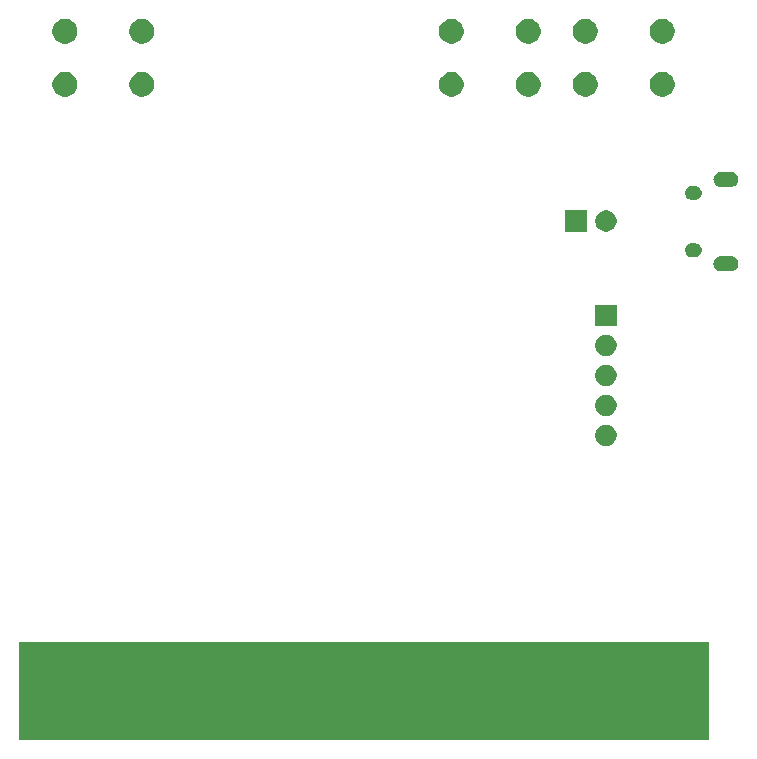
<source format=gbs>
G04 #@! TF.GenerationSoftware,KiCad,Pcbnew,5.1.5+dfsg1-2build2*
G04 #@! TF.CreationDate,2020-05-22T20:54:53+02:00*
G04 #@! TF.ProjectId,KungFuFlash,4b756e67-4675-4466-9c61-73682e6b6963,1*
G04 #@! TF.SameCoordinates,Original*
G04 #@! TF.FileFunction,Soldermask,Bot*
G04 #@! TF.FilePolarity,Negative*
%FSLAX46Y46*%
G04 Gerber Fmt 4.6, Leading zero omitted, Abs format (unit mm)*
G04 Created by KiCad (PCBNEW 5.1.5+dfsg1-2build2) date 2020-05-22 20:54:53*
%MOMM*%
%LPD*%
G04 APERTURE LIST*
%ADD10C,0.100000*%
G04 APERTURE END LIST*
D10*
G36*
X79096553Y-122078435D02*
G01*
X79118164Y-122089986D01*
X79141613Y-122097099D01*
X79165999Y-122099501D01*
X79830001Y-122099501D01*
X79854387Y-122097099D01*
X79877836Y-122089986D01*
X79899447Y-122078435D01*
X79909449Y-122070227D01*
X81626551Y-122070227D01*
X81636553Y-122078435D01*
X81658164Y-122089986D01*
X81681613Y-122097099D01*
X81705999Y-122099501D01*
X82370001Y-122099501D01*
X82394387Y-122097099D01*
X82417836Y-122089986D01*
X82439447Y-122078435D01*
X82449449Y-122070227D01*
X84166551Y-122070227D01*
X84176553Y-122078435D01*
X84198164Y-122089986D01*
X84221613Y-122097099D01*
X84245999Y-122099501D01*
X84910001Y-122099501D01*
X84934387Y-122097099D01*
X84957836Y-122089986D01*
X84979447Y-122078435D01*
X84989449Y-122070227D01*
X86706551Y-122070227D01*
X86716553Y-122078435D01*
X86738164Y-122089986D01*
X86761613Y-122097099D01*
X86785999Y-122099501D01*
X87450001Y-122099501D01*
X87474387Y-122097099D01*
X87497836Y-122089986D01*
X87519447Y-122078435D01*
X87529449Y-122070227D01*
X89246551Y-122070227D01*
X89256553Y-122078435D01*
X89278164Y-122089986D01*
X89301613Y-122097099D01*
X89325999Y-122099501D01*
X89990001Y-122099501D01*
X90014387Y-122097099D01*
X90037836Y-122089986D01*
X90059447Y-122078435D01*
X90069449Y-122070227D01*
X91786551Y-122070227D01*
X91796553Y-122078435D01*
X91818164Y-122089986D01*
X91841613Y-122097099D01*
X91865999Y-122099501D01*
X92530001Y-122099501D01*
X92554387Y-122097099D01*
X92577836Y-122089986D01*
X92599447Y-122078435D01*
X92609449Y-122070227D01*
X94326551Y-122070227D01*
X94336553Y-122078435D01*
X94358164Y-122089986D01*
X94381613Y-122097099D01*
X94405999Y-122099501D01*
X95070001Y-122099501D01*
X95094387Y-122097099D01*
X95117836Y-122089986D01*
X95139447Y-122078435D01*
X95149449Y-122070227D01*
X96866551Y-122070227D01*
X96876553Y-122078435D01*
X96898164Y-122089986D01*
X96921613Y-122097099D01*
X96945999Y-122099501D01*
X97610001Y-122099501D01*
X97634387Y-122097099D01*
X97657836Y-122089986D01*
X97679447Y-122078435D01*
X97689449Y-122070227D01*
X99406551Y-122070227D01*
X99416553Y-122078435D01*
X99438164Y-122089986D01*
X99461613Y-122097099D01*
X99485999Y-122099501D01*
X100150001Y-122099501D01*
X100174387Y-122097099D01*
X100197836Y-122089986D01*
X100219447Y-122078435D01*
X100229449Y-122070227D01*
X101946551Y-122070227D01*
X101956553Y-122078435D01*
X101978164Y-122089986D01*
X102001613Y-122097099D01*
X102025999Y-122099501D01*
X102690001Y-122099501D01*
X102714387Y-122097099D01*
X102737836Y-122089986D01*
X102759447Y-122078435D01*
X102769449Y-122070227D01*
X104486551Y-122070227D01*
X104496553Y-122078435D01*
X104518164Y-122089986D01*
X104541613Y-122097099D01*
X104565999Y-122099501D01*
X105230001Y-122099501D01*
X105254387Y-122097099D01*
X105277836Y-122089986D01*
X105299447Y-122078435D01*
X105309449Y-122070227D01*
X107026551Y-122070227D01*
X107036553Y-122078435D01*
X107058164Y-122089986D01*
X107081613Y-122097099D01*
X107105999Y-122099501D01*
X107770001Y-122099501D01*
X107794387Y-122097099D01*
X107817836Y-122089986D01*
X107839447Y-122078435D01*
X107849449Y-122070227D01*
X109566551Y-122070227D01*
X109576553Y-122078435D01*
X109598164Y-122089986D01*
X109621613Y-122097099D01*
X109645999Y-122099501D01*
X110310001Y-122099501D01*
X110334387Y-122097099D01*
X110357836Y-122089986D01*
X110379447Y-122078435D01*
X110389449Y-122070227D01*
X112106551Y-122070227D01*
X112116553Y-122078435D01*
X112138164Y-122089986D01*
X112161613Y-122097099D01*
X112185999Y-122099501D01*
X112850001Y-122099501D01*
X112874387Y-122097099D01*
X112897836Y-122089986D01*
X112919447Y-122078435D01*
X112929449Y-122070227D01*
X114646551Y-122070227D01*
X114656553Y-122078435D01*
X114678164Y-122089986D01*
X114701613Y-122097099D01*
X114725999Y-122099501D01*
X115390001Y-122099501D01*
X115414387Y-122097099D01*
X115437836Y-122089986D01*
X115459447Y-122078435D01*
X115469449Y-122070227D01*
X117186551Y-122070227D01*
X117196553Y-122078435D01*
X117218164Y-122089986D01*
X117241613Y-122097099D01*
X117265999Y-122099501D01*
X117930001Y-122099501D01*
X117954387Y-122097099D01*
X117977836Y-122089986D01*
X117999447Y-122078435D01*
X118009449Y-122070227D01*
X119726551Y-122070227D01*
X119736553Y-122078435D01*
X119758164Y-122089986D01*
X119781613Y-122097099D01*
X119805999Y-122099501D01*
X120470001Y-122099501D01*
X120494387Y-122097099D01*
X120517836Y-122089986D01*
X120539447Y-122078435D01*
X120549449Y-122070227D01*
X122266551Y-122070227D01*
X122276553Y-122078435D01*
X122298164Y-122089986D01*
X122321613Y-122097099D01*
X122345999Y-122099501D01*
X123010001Y-122099501D01*
X123034387Y-122097099D01*
X123057836Y-122089986D01*
X123079447Y-122078435D01*
X123089449Y-122070227D01*
X124806551Y-122070227D01*
X124816553Y-122078435D01*
X124838164Y-122089986D01*
X124861613Y-122097099D01*
X124885999Y-122099501D01*
X125550001Y-122099501D01*
X125574387Y-122097099D01*
X125597836Y-122089986D01*
X125619447Y-122078435D01*
X125629449Y-122070227D01*
X127346551Y-122070227D01*
X127356553Y-122078435D01*
X127378164Y-122089986D01*
X127401613Y-122097099D01*
X127425999Y-122099501D01*
X128090001Y-122099501D01*
X128114387Y-122097099D01*
X128137836Y-122089986D01*
X128159447Y-122078435D01*
X128169449Y-122070227D01*
X129886551Y-122070227D01*
X129896553Y-122078435D01*
X129918164Y-122089986D01*
X129941613Y-122097099D01*
X129965999Y-122099501D01*
X130630001Y-122099501D01*
X130654387Y-122097099D01*
X130677836Y-122089986D01*
X130699447Y-122078435D01*
X130709449Y-122070227D01*
X132426551Y-122070227D01*
X132436553Y-122078435D01*
X132458164Y-122089986D01*
X132481613Y-122097099D01*
X132505999Y-122099501D01*
X134108000Y-122099501D01*
X134108000Y-130399501D01*
X75688000Y-130399501D01*
X75688000Y-122099501D01*
X77290001Y-122099501D01*
X77314387Y-122097099D01*
X77337836Y-122089986D01*
X77359447Y-122078435D01*
X77369449Y-122070227D01*
X79086551Y-122070227D01*
X79096553Y-122078435D01*
G37*
G36*
X125526012Y-103688427D02*
G01*
X125675312Y-103718124D01*
X125839284Y-103786044D01*
X125986854Y-103884647D01*
X126112353Y-104010146D01*
X126210956Y-104157716D01*
X126278876Y-104321688D01*
X126313500Y-104495759D01*
X126313500Y-104673241D01*
X126278876Y-104847312D01*
X126210956Y-105011284D01*
X126112353Y-105158854D01*
X125986854Y-105284353D01*
X125839284Y-105382956D01*
X125675312Y-105450876D01*
X125526012Y-105480573D01*
X125501242Y-105485500D01*
X125323758Y-105485500D01*
X125298988Y-105480573D01*
X125149688Y-105450876D01*
X124985716Y-105382956D01*
X124838146Y-105284353D01*
X124712647Y-105158854D01*
X124614044Y-105011284D01*
X124546124Y-104847312D01*
X124511500Y-104673241D01*
X124511500Y-104495759D01*
X124546124Y-104321688D01*
X124614044Y-104157716D01*
X124712647Y-104010146D01*
X124838146Y-103884647D01*
X124985716Y-103786044D01*
X125149688Y-103718124D01*
X125298988Y-103688427D01*
X125323758Y-103683500D01*
X125501242Y-103683500D01*
X125526012Y-103688427D01*
G37*
G36*
X125526012Y-101148427D02*
G01*
X125675312Y-101178124D01*
X125839284Y-101246044D01*
X125986854Y-101344647D01*
X126112353Y-101470146D01*
X126210956Y-101617716D01*
X126278876Y-101781688D01*
X126313500Y-101955759D01*
X126313500Y-102133241D01*
X126278876Y-102307312D01*
X126210956Y-102471284D01*
X126112353Y-102618854D01*
X125986854Y-102744353D01*
X125839284Y-102842956D01*
X125675312Y-102910876D01*
X125526012Y-102940573D01*
X125501242Y-102945500D01*
X125323758Y-102945500D01*
X125298988Y-102940573D01*
X125149688Y-102910876D01*
X124985716Y-102842956D01*
X124838146Y-102744353D01*
X124712647Y-102618854D01*
X124614044Y-102471284D01*
X124546124Y-102307312D01*
X124511500Y-102133241D01*
X124511500Y-101955759D01*
X124546124Y-101781688D01*
X124614044Y-101617716D01*
X124712647Y-101470146D01*
X124838146Y-101344647D01*
X124985716Y-101246044D01*
X125149688Y-101178124D01*
X125298988Y-101148427D01*
X125323758Y-101143500D01*
X125501242Y-101143500D01*
X125526012Y-101148427D01*
G37*
G36*
X125526012Y-98608427D02*
G01*
X125675312Y-98638124D01*
X125839284Y-98706044D01*
X125986854Y-98804647D01*
X126112353Y-98930146D01*
X126210956Y-99077716D01*
X126278876Y-99241688D01*
X126313500Y-99415759D01*
X126313500Y-99593241D01*
X126278876Y-99767312D01*
X126210956Y-99931284D01*
X126112353Y-100078854D01*
X125986854Y-100204353D01*
X125839284Y-100302956D01*
X125675312Y-100370876D01*
X125526012Y-100400573D01*
X125501242Y-100405500D01*
X125323758Y-100405500D01*
X125298988Y-100400573D01*
X125149688Y-100370876D01*
X124985716Y-100302956D01*
X124838146Y-100204353D01*
X124712647Y-100078854D01*
X124614044Y-99931284D01*
X124546124Y-99767312D01*
X124511500Y-99593241D01*
X124511500Y-99415759D01*
X124546124Y-99241688D01*
X124614044Y-99077716D01*
X124712647Y-98930146D01*
X124838146Y-98804647D01*
X124985716Y-98706044D01*
X125149688Y-98638124D01*
X125298988Y-98608427D01*
X125323758Y-98603500D01*
X125501242Y-98603500D01*
X125526012Y-98608427D01*
G37*
G36*
X125526012Y-96068427D02*
G01*
X125675312Y-96098124D01*
X125839284Y-96166044D01*
X125986854Y-96264647D01*
X126112353Y-96390146D01*
X126210956Y-96537716D01*
X126278876Y-96701688D01*
X126313500Y-96875759D01*
X126313500Y-97053241D01*
X126278876Y-97227312D01*
X126210956Y-97391284D01*
X126112353Y-97538854D01*
X125986854Y-97664353D01*
X125839284Y-97762956D01*
X125675312Y-97830876D01*
X125526012Y-97860573D01*
X125501242Y-97865500D01*
X125323758Y-97865500D01*
X125298988Y-97860573D01*
X125149688Y-97830876D01*
X124985716Y-97762956D01*
X124838146Y-97664353D01*
X124712647Y-97538854D01*
X124614044Y-97391284D01*
X124546124Y-97227312D01*
X124511500Y-97053241D01*
X124511500Y-96875759D01*
X124546124Y-96701688D01*
X124614044Y-96537716D01*
X124712647Y-96390146D01*
X124838146Y-96264647D01*
X124985716Y-96166044D01*
X125149688Y-96098124D01*
X125298988Y-96068427D01*
X125323758Y-96063500D01*
X125501242Y-96063500D01*
X125526012Y-96068427D01*
G37*
G36*
X126313500Y-95325500D02*
G01*
X124511500Y-95325500D01*
X124511500Y-93523500D01*
X126313500Y-93523500D01*
X126313500Y-95325500D01*
G37*
G36*
X136079486Y-89401229D02*
G01*
X136091423Y-89402405D01*
X136152685Y-89420989D01*
X136213948Y-89439573D01*
X136326868Y-89499930D01*
X136425843Y-89581157D01*
X136507070Y-89680132D01*
X136567427Y-89793052D01*
X136604595Y-89915578D01*
X136617145Y-90043000D01*
X136604595Y-90170422D01*
X136567427Y-90292948D01*
X136507070Y-90405868D01*
X136425843Y-90504843D01*
X136326868Y-90586070D01*
X136213948Y-90646427D01*
X136152685Y-90665011D01*
X136091423Y-90683595D01*
X136079486Y-90684771D01*
X135995932Y-90693000D01*
X135132068Y-90693000D01*
X135048514Y-90684771D01*
X135036577Y-90683595D01*
X134975315Y-90665011D01*
X134914052Y-90646427D01*
X134801132Y-90586070D01*
X134702157Y-90504843D01*
X134620930Y-90405868D01*
X134560573Y-90292948D01*
X134523405Y-90170422D01*
X134510855Y-90043000D01*
X134523405Y-89915578D01*
X134560573Y-89793052D01*
X134620930Y-89680132D01*
X134702157Y-89581157D01*
X134801132Y-89499930D01*
X134914052Y-89439573D01*
X134975315Y-89420989D01*
X135036577Y-89402405D01*
X135048514Y-89401229D01*
X135132068Y-89393000D01*
X135995932Y-89393000D01*
X136079486Y-89401229D01*
G37*
G36*
X133031621Y-88301682D02*
G01*
X133144721Y-88335990D01*
X133248955Y-88391704D01*
X133340317Y-88466683D01*
X133415296Y-88558045D01*
X133471010Y-88662279D01*
X133505318Y-88775379D01*
X133516903Y-88893000D01*
X133505318Y-89010621D01*
X133471010Y-89123721D01*
X133415296Y-89227955D01*
X133340317Y-89319317D01*
X133248955Y-89394296D01*
X133144721Y-89450010D01*
X133031621Y-89484318D01*
X132943474Y-89493000D01*
X132684526Y-89493000D01*
X132596379Y-89484318D01*
X132483279Y-89450010D01*
X132379045Y-89394296D01*
X132287683Y-89319317D01*
X132212704Y-89227955D01*
X132156990Y-89123721D01*
X132122682Y-89010621D01*
X132111097Y-88893000D01*
X132122682Y-88775379D01*
X132156990Y-88662279D01*
X132212704Y-88558045D01*
X132287683Y-88466683D01*
X132379045Y-88391704D01*
X132483279Y-88335990D01*
X132596379Y-88301682D01*
X132684526Y-88293000D01*
X132943474Y-88293000D01*
X133031621Y-88301682D01*
G37*
G36*
X125526012Y-85527427D02*
G01*
X125675312Y-85557124D01*
X125839284Y-85625044D01*
X125986854Y-85723647D01*
X126112353Y-85849146D01*
X126210956Y-85996716D01*
X126278876Y-86160688D01*
X126313500Y-86334759D01*
X126313500Y-86512241D01*
X126278876Y-86686312D01*
X126210956Y-86850284D01*
X126112353Y-86997854D01*
X125986854Y-87123353D01*
X125839284Y-87221956D01*
X125675312Y-87289876D01*
X125526012Y-87319573D01*
X125501242Y-87324500D01*
X125323758Y-87324500D01*
X125298988Y-87319573D01*
X125149688Y-87289876D01*
X124985716Y-87221956D01*
X124838146Y-87123353D01*
X124712647Y-86997854D01*
X124614044Y-86850284D01*
X124546124Y-86686312D01*
X124511500Y-86512241D01*
X124511500Y-86334759D01*
X124546124Y-86160688D01*
X124614044Y-85996716D01*
X124712647Y-85849146D01*
X124838146Y-85723647D01*
X124985716Y-85625044D01*
X125149688Y-85557124D01*
X125298988Y-85527427D01*
X125323758Y-85522500D01*
X125501242Y-85522500D01*
X125526012Y-85527427D01*
G37*
G36*
X123773500Y-87324500D02*
G01*
X121971500Y-87324500D01*
X121971500Y-85522500D01*
X123773500Y-85522500D01*
X123773500Y-87324500D01*
G37*
G36*
X133031621Y-83451682D02*
G01*
X133144721Y-83485990D01*
X133248955Y-83541704D01*
X133340317Y-83616683D01*
X133415296Y-83708045D01*
X133471010Y-83812279D01*
X133505318Y-83925379D01*
X133516903Y-84043000D01*
X133505318Y-84160621D01*
X133471010Y-84273721D01*
X133415296Y-84377955D01*
X133340317Y-84469317D01*
X133248955Y-84544296D01*
X133144721Y-84600010D01*
X133031621Y-84634318D01*
X132943474Y-84643000D01*
X132684526Y-84643000D01*
X132596379Y-84634318D01*
X132483279Y-84600010D01*
X132379045Y-84544296D01*
X132287683Y-84469317D01*
X132212704Y-84377955D01*
X132156990Y-84273721D01*
X132122682Y-84160621D01*
X132111097Y-84043000D01*
X132122682Y-83925379D01*
X132156990Y-83812279D01*
X132212704Y-83708045D01*
X132287683Y-83616683D01*
X132379045Y-83541704D01*
X132483279Y-83485990D01*
X132596379Y-83451682D01*
X132684526Y-83443000D01*
X132943474Y-83443000D01*
X133031621Y-83451682D01*
G37*
G36*
X136079486Y-82251229D02*
G01*
X136091423Y-82252405D01*
X136152685Y-82270989D01*
X136213948Y-82289573D01*
X136326868Y-82349930D01*
X136425843Y-82431157D01*
X136507070Y-82530132D01*
X136567427Y-82643052D01*
X136604595Y-82765578D01*
X136617145Y-82893000D01*
X136604595Y-83020422D01*
X136567427Y-83142948D01*
X136507070Y-83255868D01*
X136425843Y-83354843D01*
X136326868Y-83436070D01*
X136213948Y-83496427D01*
X136152685Y-83515011D01*
X136091423Y-83533595D01*
X136079486Y-83534771D01*
X135995932Y-83543000D01*
X135132068Y-83543000D01*
X135048514Y-83534771D01*
X135036577Y-83533595D01*
X134975315Y-83515011D01*
X134914052Y-83496427D01*
X134801132Y-83436070D01*
X134702157Y-83354843D01*
X134620930Y-83255868D01*
X134560573Y-83142948D01*
X134523405Y-83020422D01*
X134510855Y-82893000D01*
X134523405Y-82765578D01*
X134560573Y-82643052D01*
X134620930Y-82530132D01*
X134702157Y-82431157D01*
X134801132Y-82349930D01*
X134914052Y-82289573D01*
X134975315Y-82270989D01*
X135036577Y-82252405D01*
X135048514Y-82251229D01*
X135132068Y-82243000D01*
X135995932Y-82243000D01*
X136079486Y-82251229D01*
G37*
G36*
X112638064Y-73855889D02*
G01*
X112829333Y-73935115D01*
X112829335Y-73935116D01*
X113001473Y-74050135D01*
X113147865Y-74196527D01*
X113257206Y-74360167D01*
X113262885Y-74368667D01*
X113342111Y-74559936D01*
X113382500Y-74762984D01*
X113382500Y-74970016D01*
X113342111Y-75173064D01*
X113266406Y-75355833D01*
X113262884Y-75364335D01*
X113147865Y-75536473D01*
X113001473Y-75682865D01*
X112829335Y-75797884D01*
X112829334Y-75797885D01*
X112829333Y-75797885D01*
X112638064Y-75877111D01*
X112435016Y-75917500D01*
X112227984Y-75917500D01*
X112024936Y-75877111D01*
X111833667Y-75797885D01*
X111833666Y-75797885D01*
X111833665Y-75797884D01*
X111661527Y-75682865D01*
X111515135Y-75536473D01*
X111400116Y-75364335D01*
X111396594Y-75355833D01*
X111320889Y-75173064D01*
X111280500Y-74970016D01*
X111280500Y-74762984D01*
X111320889Y-74559936D01*
X111400115Y-74368667D01*
X111405795Y-74360167D01*
X111515135Y-74196527D01*
X111661527Y-74050135D01*
X111833665Y-73935116D01*
X111833667Y-73935115D01*
X112024936Y-73855889D01*
X112227984Y-73815500D01*
X112435016Y-73815500D01*
X112638064Y-73855889D01*
G37*
G36*
X86412564Y-73855889D02*
G01*
X86603833Y-73935115D01*
X86603835Y-73935116D01*
X86775973Y-74050135D01*
X86922365Y-74196527D01*
X87031706Y-74360167D01*
X87037385Y-74368667D01*
X87116611Y-74559936D01*
X87157000Y-74762984D01*
X87157000Y-74970016D01*
X87116611Y-75173064D01*
X87040906Y-75355833D01*
X87037384Y-75364335D01*
X86922365Y-75536473D01*
X86775973Y-75682865D01*
X86603835Y-75797884D01*
X86603834Y-75797885D01*
X86603833Y-75797885D01*
X86412564Y-75877111D01*
X86209516Y-75917500D01*
X86002484Y-75917500D01*
X85799436Y-75877111D01*
X85608167Y-75797885D01*
X85608166Y-75797885D01*
X85608165Y-75797884D01*
X85436027Y-75682865D01*
X85289635Y-75536473D01*
X85174616Y-75364335D01*
X85171094Y-75355833D01*
X85095389Y-75173064D01*
X85055000Y-74970016D01*
X85055000Y-74762984D01*
X85095389Y-74559936D01*
X85174615Y-74368667D01*
X85180295Y-74360167D01*
X85289635Y-74196527D01*
X85436027Y-74050135D01*
X85608165Y-73935116D01*
X85608167Y-73935115D01*
X85799436Y-73855889D01*
X86002484Y-73815500D01*
X86209516Y-73815500D01*
X86412564Y-73855889D01*
G37*
G36*
X119138064Y-73855889D02*
G01*
X119329333Y-73935115D01*
X119329335Y-73935116D01*
X119501473Y-74050135D01*
X119647865Y-74196527D01*
X119757206Y-74360167D01*
X119762885Y-74368667D01*
X119842111Y-74559936D01*
X119882500Y-74762984D01*
X119882500Y-74970016D01*
X119842111Y-75173064D01*
X119766406Y-75355833D01*
X119762884Y-75364335D01*
X119647865Y-75536473D01*
X119501473Y-75682865D01*
X119329335Y-75797884D01*
X119329334Y-75797885D01*
X119329333Y-75797885D01*
X119138064Y-75877111D01*
X118935016Y-75917500D01*
X118727984Y-75917500D01*
X118524936Y-75877111D01*
X118333667Y-75797885D01*
X118333666Y-75797885D01*
X118333665Y-75797884D01*
X118161527Y-75682865D01*
X118015135Y-75536473D01*
X117900116Y-75364335D01*
X117896594Y-75355833D01*
X117820889Y-75173064D01*
X117780500Y-74970016D01*
X117780500Y-74762984D01*
X117820889Y-74559936D01*
X117900115Y-74368667D01*
X117905795Y-74360167D01*
X118015135Y-74196527D01*
X118161527Y-74050135D01*
X118333665Y-73935116D01*
X118333667Y-73935115D01*
X118524936Y-73855889D01*
X118727984Y-73815500D01*
X118935016Y-73815500D01*
X119138064Y-73855889D01*
G37*
G36*
X79912564Y-73855889D02*
G01*
X80103833Y-73935115D01*
X80103835Y-73935116D01*
X80275973Y-74050135D01*
X80422365Y-74196527D01*
X80531706Y-74360167D01*
X80537385Y-74368667D01*
X80616611Y-74559936D01*
X80657000Y-74762984D01*
X80657000Y-74970016D01*
X80616611Y-75173064D01*
X80540906Y-75355833D01*
X80537384Y-75364335D01*
X80422365Y-75536473D01*
X80275973Y-75682865D01*
X80103835Y-75797884D01*
X80103834Y-75797885D01*
X80103833Y-75797885D01*
X79912564Y-75877111D01*
X79709516Y-75917500D01*
X79502484Y-75917500D01*
X79299436Y-75877111D01*
X79108167Y-75797885D01*
X79108166Y-75797885D01*
X79108165Y-75797884D01*
X78936027Y-75682865D01*
X78789635Y-75536473D01*
X78674616Y-75364335D01*
X78671094Y-75355833D01*
X78595389Y-75173064D01*
X78555000Y-74970016D01*
X78555000Y-74762984D01*
X78595389Y-74559936D01*
X78674615Y-74368667D01*
X78680295Y-74360167D01*
X78789635Y-74196527D01*
X78936027Y-74050135D01*
X79108165Y-73935116D01*
X79108167Y-73935115D01*
X79299436Y-73855889D01*
X79502484Y-73815500D01*
X79709516Y-73815500D01*
X79912564Y-73855889D01*
G37*
G36*
X123981564Y-73847389D02*
G01*
X124172833Y-73926615D01*
X124172835Y-73926616D01*
X124185556Y-73935116D01*
X124344973Y-74041635D01*
X124491365Y-74188027D01*
X124606385Y-74360167D01*
X124685611Y-74551436D01*
X124726000Y-74754484D01*
X124726000Y-74961516D01*
X124685611Y-75164564D01*
X124606385Y-75355833D01*
X124606384Y-75355835D01*
X124491365Y-75527973D01*
X124344973Y-75674365D01*
X124172835Y-75789384D01*
X124172834Y-75789385D01*
X124172833Y-75789385D01*
X123981564Y-75868611D01*
X123778516Y-75909000D01*
X123571484Y-75909000D01*
X123368436Y-75868611D01*
X123177167Y-75789385D01*
X123177166Y-75789385D01*
X123177165Y-75789384D01*
X123005027Y-75674365D01*
X122858635Y-75527973D01*
X122743616Y-75355835D01*
X122743615Y-75355833D01*
X122664389Y-75164564D01*
X122624000Y-74961516D01*
X122624000Y-74754484D01*
X122664389Y-74551436D01*
X122743615Y-74360167D01*
X122858635Y-74188027D01*
X123005027Y-74041635D01*
X123164444Y-73935116D01*
X123177165Y-73926616D01*
X123177167Y-73926615D01*
X123368436Y-73847389D01*
X123571484Y-73807000D01*
X123778516Y-73807000D01*
X123981564Y-73847389D01*
G37*
G36*
X130481564Y-73847389D02*
G01*
X130672833Y-73926615D01*
X130672835Y-73926616D01*
X130685556Y-73935116D01*
X130844973Y-74041635D01*
X130991365Y-74188027D01*
X131106385Y-74360167D01*
X131185611Y-74551436D01*
X131226000Y-74754484D01*
X131226000Y-74961516D01*
X131185611Y-75164564D01*
X131106385Y-75355833D01*
X131106384Y-75355835D01*
X130991365Y-75527973D01*
X130844973Y-75674365D01*
X130672835Y-75789384D01*
X130672834Y-75789385D01*
X130672833Y-75789385D01*
X130481564Y-75868611D01*
X130278516Y-75909000D01*
X130071484Y-75909000D01*
X129868436Y-75868611D01*
X129677167Y-75789385D01*
X129677166Y-75789385D01*
X129677165Y-75789384D01*
X129505027Y-75674365D01*
X129358635Y-75527973D01*
X129243616Y-75355835D01*
X129243615Y-75355833D01*
X129164389Y-75164564D01*
X129124000Y-74961516D01*
X129124000Y-74754484D01*
X129164389Y-74551436D01*
X129243615Y-74360167D01*
X129358635Y-74188027D01*
X129505027Y-74041635D01*
X129664444Y-73935116D01*
X129677165Y-73926616D01*
X129677167Y-73926615D01*
X129868436Y-73847389D01*
X130071484Y-73807000D01*
X130278516Y-73807000D01*
X130481564Y-73847389D01*
G37*
G36*
X79912564Y-69355889D02*
G01*
X80103833Y-69435115D01*
X80103835Y-69435116D01*
X80275973Y-69550135D01*
X80422365Y-69696527D01*
X80531706Y-69860167D01*
X80537385Y-69868667D01*
X80616611Y-70059936D01*
X80657000Y-70262984D01*
X80657000Y-70470016D01*
X80616611Y-70673064D01*
X80540906Y-70855833D01*
X80537384Y-70864335D01*
X80422365Y-71036473D01*
X80275973Y-71182865D01*
X80103835Y-71297884D01*
X80103834Y-71297885D01*
X80103833Y-71297885D01*
X79912564Y-71377111D01*
X79709516Y-71417500D01*
X79502484Y-71417500D01*
X79299436Y-71377111D01*
X79108167Y-71297885D01*
X79108166Y-71297885D01*
X79108165Y-71297884D01*
X78936027Y-71182865D01*
X78789635Y-71036473D01*
X78674616Y-70864335D01*
X78671094Y-70855833D01*
X78595389Y-70673064D01*
X78555000Y-70470016D01*
X78555000Y-70262984D01*
X78595389Y-70059936D01*
X78674615Y-69868667D01*
X78680295Y-69860167D01*
X78789635Y-69696527D01*
X78936027Y-69550135D01*
X79108165Y-69435116D01*
X79108167Y-69435115D01*
X79299436Y-69355889D01*
X79502484Y-69315500D01*
X79709516Y-69315500D01*
X79912564Y-69355889D01*
G37*
G36*
X86412564Y-69355889D02*
G01*
X86603833Y-69435115D01*
X86603835Y-69435116D01*
X86775973Y-69550135D01*
X86922365Y-69696527D01*
X87031706Y-69860167D01*
X87037385Y-69868667D01*
X87116611Y-70059936D01*
X87157000Y-70262984D01*
X87157000Y-70470016D01*
X87116611Y-70673064D01*
X87040906Y-70855833D01*
X87037384Y-70864335D01*
X86922365Y-71036473D01*
X86775973Y-71182865D01*
X86603835Y-71297884D01*
X86603834Y-71297885D01*
X86603833Y-71297885D01*
X86412564Y-71377111D01*
X86209516Y-71417500D01*
X86002484Y-71417500D01*
X85799436Y-71377111D01*
X85608167Y-71297885D01*
X85608166Y-71297885D01*
X85608165Y-71297884D01*
X85436027Y-71182865D01*
X85289635Y-71036473D01*
X85174616Y-70864335D01*
X85171094Y-70855833D01*
X85095389Y-70673064D01*
X85055000Y-70470016D01*
X85055000Y-70262984D01*
X85095389Y-70059936D01*
X85174615Y-69868667D01*
X85180295Y-69860167D01*
X85289635Y-69696527D01*
X85436027Y-69550135D01*
X85608165Y-69435116D01*
X85608167Y-69435115D01*
X85799436Y-69355889D01*
X86002484Y-69315500D01*
X86209516Y-69315500D01*
X86412564Y-69355889D01*
G37*
G36*
X112638064Y-69355889D02*
G01*
X112829333Y-69435115D01*
X112829335Y-69435116D01*
X113001473Y-69550135D01*
X113147865Y-69696527D01*
X113257206Y-69860167D01*
X113262885Y-69868667D01*
X113342111Y-70059936D01*
X113382500Y-70262984D01*
X113382500Y-70470016D01*
X113342111Y-70673064D01*
X113266406Y-70855833D01*
X113262884Y-70864335D01*
X113147865Y-71036473D01*
X113001473Y-71182865D01*
X112829335Y-71297884D01*
X112829334Y-71297885D01*
X112829333Y-71297885D01*
X112638064Y-71377111D01*
X112435016Y-71417500D01*
X112227984Y-71417500D01*
X112024936Y-71377111D01*
X111833667Y-71297885D01*
X111833666Y-71297885D01*
X111833665Y-71297884D01*
X111661527Y-71182865D01*
X111515135Y-71036473D01*
X111400116Y-70864335D01*
X111396594Y-70855833D01*
X111320889Y-70673064D01*
X111280500Y-70470016D01*
X111280500Y-70262984D01*
X111320889Y-70059936D01*
X111400115Y-69868667D01*
X111405795Y-69860167D01*
X111515135Y-69696527D01*
X111661527Y-69550135D01*
X111833665Y-69435116D01*
X111833667Y-69435115D01*
X112024936Y-69355889D01*
X112227984Y-69315500D01*
X112435016Y-69315500D01*
X112638064Y-69355889D01*
G37*
G36*
X119138064Y-69355889D02*
G01*
X119329333Y-69435115D01*
X119329335Y-69435116D01*
X119501473Y-69550135D01*
X119647865Y-69696527D01*
X119757206Y-69860167D01*
X119762885Y-69868667D01*
X119842111Y-70059936D01*
X119882500Y-70262984D01*
X119882500Y-70470016D01*
X119842111Y-70673064D01*
X119766406Y-70855833D01*
X119762884Y-70864335D01*
X119647865Y-71036473D01*
X119501473Y-71182865D01*
X119329335Y-71297884D01*
X119329334Y-71297885D01*
X119329333Y-71297885D01*
X119138064Y-71377111D01*
X118935016Y-71417500D01*
X118727984Y-71417500D01*
X118524936Y-71377111D01*
X118333667Y-71297885D01*
X118333666Y-71297885D01*
X118333665Y-71297884D01*
X118161527Y-71182865D01*
X118015135Y-71036473D01*
X117900116Y-70864335D01*
X117896594Y-70855833D01*
X117820889Y-70673064D01*
X117780500Y-70470016D01*
X117780500Y-70262984D01*
X117820889Y-70059936D01*
X117900115Y-69868667D01*
X117905795Y-69860167D01*
X118015135Y-69696527D01*
X118161527Y-69550135D01*
X118333665Y-69435116D01*
X118333667Y-69435115D01*
X118524936Y-69355889D01*
X118727984Y-69315500D01*
X118935016Y-69315500D01*
X119138064Y-69355889D01*
G37*
G36*
X123981564Y-69347389D02*
G01*
X124172833Y-69426615D01*
X124172835Y-69426616D01*
X124185556Y-69435116D01*
X124344973Y-69541635D01*
X124491365Y-69688027D01*
X124606385Y-69860167D01*
X124685611Y-70051436D01*
X124726000Y-70254484D01*
X124726000Y-70461516D01*
X124685611Y-70664564D01*
X124606385Y-70855833D01*
X124606384Y-70855835D01*
X124491365Y-71027973D01*
X124344973Y-71174365D01*
X124172835Y-71289384D01*
X124172834Y-71289385D01*
X124172833Y-71289385D01*
X123981564Y-71368611D01*
X123778516Y-71409000D01*
X123571484Y-71409000D01*
X123368436Y-71368611D01*
X123177167Y-71289385D01*
X123177166Y-71289385D01*
X123177165Y-71289384D01*
X123005027Y-71174365D01*
X122858635Y-71027973D01*
X122743616Y-70855835D01*
X122743615Y-70855833D01*
X122664389Y-70664564D01*
X122624000Y-70461516D01*
X122624000Y-70254484D01*
X122664389Y-70051436D01*
X122743615Y-69860167D01*
X122858635Y-69688027D01*
X123005027Y-69541635D01*
X123164444Y-69435116D01*
X123177165Y-69426616D01*
X123177167Y-69426615D01*
X123368436Y-69347389D01*
X123571484Y-69307000D01*
X123778516Y-69307000D01*
X123981564Y-69347389D01*
G37*
G36*
X130481564Y-69347389D02*
G01*
X130672833Y-69426615D01*
X130672835Y-69426616D01*
X130685556Y-69435116D01*
X130844973Y-69541635D01*
X130991365Y-69688027D01*
X131106385Y-69860167D01*
X131185611Y-70051436D01*
X131226000Y-70254484D01*
X131226000Y-70461516D01*
X131185611Y-70664564D01*
X131106385Y-70855833D01*
X131106384Y-70855835D01*
X130991365Y-71027973D01*
X130844973Y-71174365D01*
X130672835Y-71289384D01*
X130672834Y-71289385D01*
X130672833Y-71289385D01*
X130481564Y-71368611D01*
X130278516Y-71409000D01*
X130071484Y-71409000D01*
X129868436Y-71368611D01*
X129677167Y-71289385D01*
X129677166Y-71289385D01*
X129677165Y-71289384D01*
X129505027Y-71174365D01*
X129358635Y-71027973D01*
X129243616Y-70855835D01*
X129243615Y-70855833D01*
X129164389Y-70664564D01*
X129124000Y-70461516D01*
X129124000Y-70254484D01*
X129164389Y-70051436D01*
X129243615Y-69860167D01*
X129358635Y-69688027D01*
X129505027Y-69541635D01*
X129664444Y-69435116D01*
X129677165Y-69426616D01*
X129677167Y-69426615D01*
X129868436Y-69347389D01*
X130071484Y-69307000D01*
X130278516Y-69307000D01*
X130481564Y-69347389D01*
G37*
M02*

</source>
